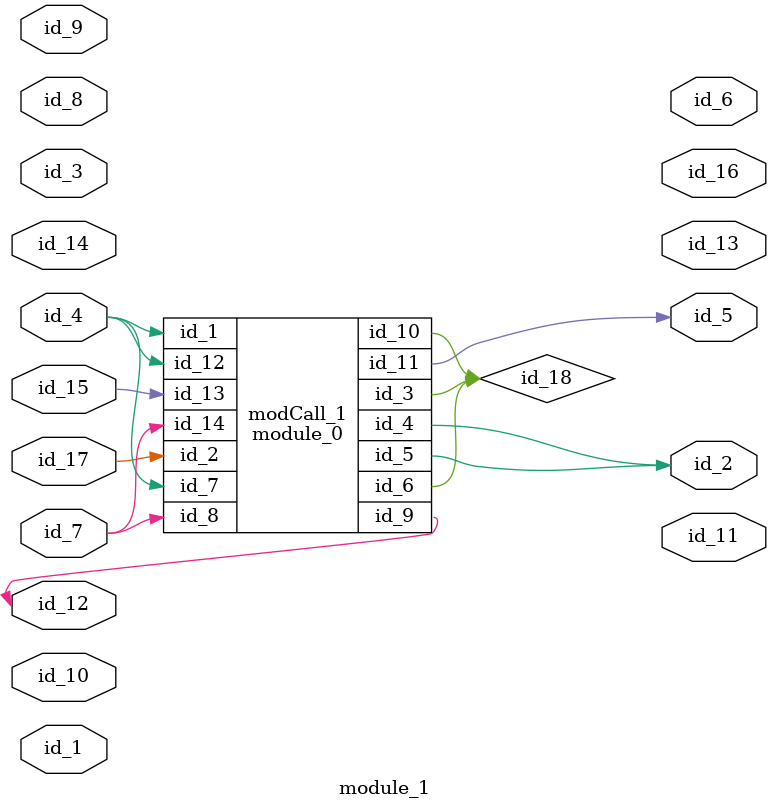
<source format=v>
module module_0 (
    id_1,
    id_2,
    id_3,
    id_4,
    id_5,
    id_6,
    id_7,
    id_8,
    id_9,
    id_10,
    id_11,
    id_12,
    id_13,
    id_14
);
  input wire id_14;
  input wire id_13;
  input wire id_12;
  output wire id_11;
  inout wire id_10;
  output wire id_9;
  input wire id_8;
  input wire id_7;
  inout wire id_6;
  output wire id_5;
  output wire id_4;
  output wire id_3;
  input wire id_2;
  input wire id_1;
  wire id_15, id_16, id_17;
endmodule
module module_1 (
    id_1,
    id_2,
    id_3,
    id_4,
    id_5,
    id_6,
    id_7,
    id_8,
    id_9,
    id_10,
    id_11,
    id_12,
    id_13,
    id_14,
    id_15,
    id_16,
    id_17
);
  input wire id_17;
  output wire id_16;
  inout wire id_15;
  input wire id_14;
  output wire id_13;
  inout wire id_12;
  output wire id_11;
  inout wire id_10;
  input wire id_9;
  input wire id_8;
  input wire id_7;
  output wire id_6;
  output wire id_5;
  input wire id_4;
  input wire id_3;
  output wire id_2;
  input wire id_1;
  wire id_18;
  module_0 modCall_1 (
      id_4,
      id_17,
      id_18,
      id_2,
      id_2,
      id_18,
      id_4,
      id_7,
      id_12,
      id_18,
      id_5,
      id_4,
      id_15,
      id_7
  );
endmodule

</source>
